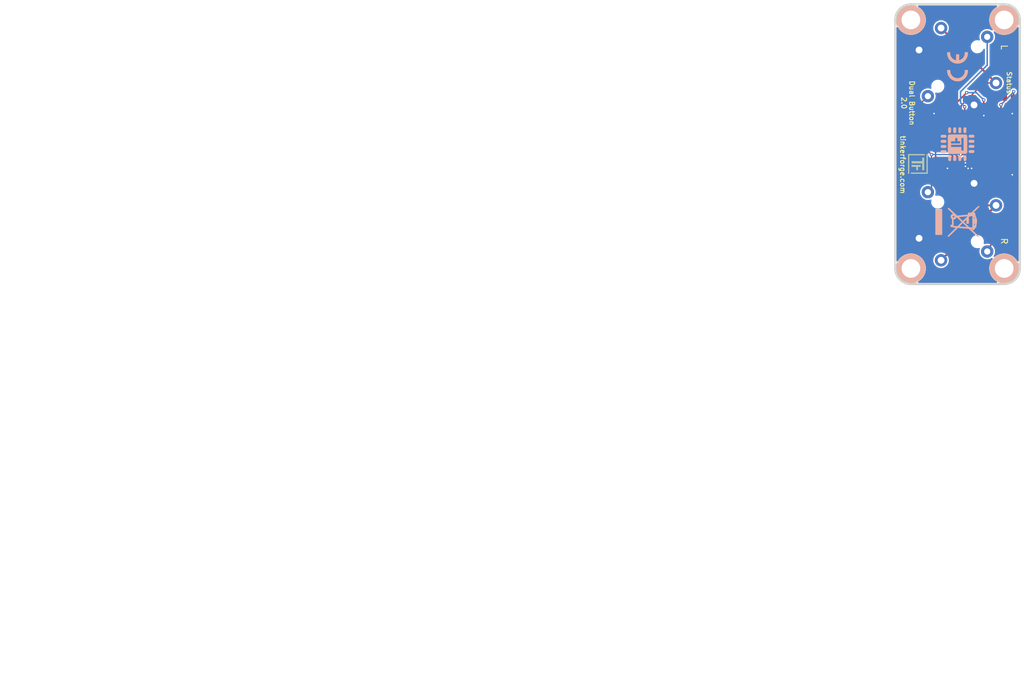
<source format=kicad_pcb>
(kicad_pcb (version 20221018) (generator pcbnew)
  (title_block (title "Dual Button Bricklet") (date "2018-02-21") (rev "2.0") (company "Tinkerforge GmbH") (comment 1 "Licensed under CERN OHL v.1.1") (comment 2 "Copyright (©) 2018, L.Lauer <lukas@tinkerforge.com>"))
  (layers (0 "F.Cu" signal "Vorderseite") (31 "B.Cu" signal "Rückseite") (34 "B.Paste" user) (35 "F.Paste" user) (36 "B.SilkS" user "B.Silkscreen") (37 "F.SilkS" user "F.Silkscreen") (38 "B.Mask" user) (39 "F.Mask" user) (44 "Edge.Cuts" user))
  (net 0 "")
  (net 1 "D1")
  (net 2 "D2")
  (net 3 "GND")
  (net 4 "SW1")
  (net 5 "SW2")
  (net 6 "VCC")
  (net 7 "Net-(C2-Pad2)")
  (net 8 "Net-(D1-Pad2)")
  (net 9 "Net-(P1-Pad1)")
  (net 10 "Net-(P1-Pad4)")
  (net 11 "Net-(P1-Pad5)")
  (net 12 "Net-(P1-Pad6)")
  (net 13 "Net-(P2-Pad1)")
  (net 14 "Net-(P3-Pad2)")
  (net 15 "Net-(R1-Pad1)")
  (net 16 "S-MISO")
  (net 17 "S-MOSI")
  (net 18 "S-CLK")
  (net 19 "S-CS")
  (net 20 "Net-(U1-Pad5)")
  (net 21 "Net-(U1-Pad6)")
  (net 22 "Net-(U1-Pad8)")
  (net 23 "Net-(U1-Pad16)")
  (net 24 "Net-(U1-Pad17)")
  (net 25 "Net-(U1-Pad21)")
  (net 26 "Net-(R2-Pad1)")
  (net 27 "Net-(R3-Pad1)")
  (net 28 "Net-(U1-Pad11)")
  (net 29 "Net-(U1-Pad12)")
  (net 30 "Net-(U1-Pad13)")
  (net 31 "Net-(U1-Pad14)")
  (net 32 "Net-(U1-Pad4)")
  (footprint "kicad-libraries:DRILL_NP" (layer "F.Cu") (at 176.5 89)
    (fp_text reference "U5" hide)
    (fp_text value "DRILL" hide)
    (pad "" np_thru_hole circle (at 0 0) (size 2.99974 2.99974) (drill 2.99974) (layers "*.Cu" "*.Mask" "F.SilkS") (clearance 0.89916))
  )
  (footprint "kicad-libraries:DRILL_NP" (layer "F.Cu") (at 176.5 129 90)
    (fp_text reference "U4" hide)
    (fp_text value "DRILL" hide)
    (pad "" np_thru_hole circle (at 0 0 90) (size 2.99974 2.99974) (drill 2.99974) (layers "*.Cu" "*.Mask" "F.SilkS") (clearance 0.89916))
  )
  (footprint "kicad-libraries:DRILL_NP" (layer "F.Cu") (at 161.5 129)
    (fp_text reference "U3" hide)
    (fp_text value "DRILL" hide)
    (pad "" np_thru_hole circle (at 0 0) (size 2.99974 2.99974) (drill 2.99974) (layers "*.Cu" "*.Mask" "F.SilkS") (clearance 0.89916))
  )
  (footprint "kicad-libraries:DRILL_NP" (layer "F.Cu") (at 161.5 89 90)
    (fp_text reference "U2" hide)
    (fp_text value "DRILL" hide)
    (pad "" np_thru_hole circle (at 0 0 90) (size 2.99974 2.99974) (drill 2.99974) (layers "*.Cu" "*.Mask" "F.SilkS") (clearance 0.89916))
  )
  (footprint "Logo_31x31" (layer "F.Cu") (at 164.2 110.6 -90)
    (fp_text reference "Ref**" hide)
    (fp_text value "Val**" hide)
  )
  (footprint "kicad-libraries:Fiducial_Mark" (layer "F.Cu") (at 160.5 93)
    (fp_text reference "Fiducial_Mark" hide)
    (fp_text value "VAL**" hide)
    (pad "1" smd circle (at 0 0) (size 1.00076 1.00076) (layers "F.Cu" "F.Paste" "F.Mask") (clearance 0.65024))
  )
  (footprint "kicad-libraries:Fiducial_Mark" (layer "F.Cu") (at 177.5 117)
    (fp_text reference "Fiducial_Mark" hide)
    (fp_text value "VAL**" hide)
    (pad "1" smd circle (at 0 0) (size 1.00076 1.00076) (layers "F.Cu" "F.Paste" "F.Mask") (clearance 0.65024))
  )
  (footprint "kicad-libraries:TACT_SWITCH_12mm" (layer "F.Cu") (at 169 121.5 -45)
    (fp_text reference "SW1")
    (fp_text value "TACT_SWITCH_12MM")
    (pad "" np_thru_hole circle (at -4.5 0 315) (size 1.6 1.6) (drill 1.6) (layers "*.Cu" "*.Mask"))
    (pad "" np_thru_hole circle (at 4.5 0 315) (size 1.6 1.6) (drill 1.6) (layers "*.Cu" "*.Mask"))
    (pad "1" thru_hole circle (at -6.75 0 315) (size 2 2) (drill 1) (layers "*.Cu" "*.Mask") (net 6 "VCC"))
    (pad "2" thru_hole circle (at 6.75 0 315) (size 2 2) (drill 1) (layers "*.Cu" "*.Mask") (net 26 "Net-(R2-Pad1)"))
    (pad "3" thru_hole circle (at -2.5 -6.26 315) (size 2 2) (drill 1.1) (layers "*.Cu" "*.Mask") (net 3 "GND"))
    (pad "3" thru_hole circle (at -2.5 6.25 315) (size 2 2) (drill 1.1) (layers "*.Cu" "*.Mask") (net 3 "GND"))
    (pad "4" thru_hole circle (at 2.5 -6.25 315) (size 2 2) (drill 1.1) (layers "*.Cu" "*.Mask") (net 4 "SW1"))
    (pad "4" thru_hole circle (at 2.5 6.25 315) (size 2 2) (drill 1.1) (layers "*.Cu" "*.Mask") (net 4 "SW1"))
  )
  (footprint "kicad-libraries:TACT_SWITCH_12mm" (layer "F.Cu") (at 169 96.5 45)
    (fp_text reference "SW2")
    (fp_text value "TACT_SWITCH_12MM")
    (pad "" np_thru_hole circle (at -4.5 0 45) (size 1.6 1.6) (drill 1.6) (layers "*.Cu" "*.Mask"))
    (pad "" np_thru_hole circle (at 4.5 0 45) (size 1.6 1.6) (drill 1.6) (layers "*.Cu" "*.Mask"))
    (pad "1" thru_hole circle (at -6.75 0 45) (size 2 2) (drill 1) (layers "*.Cu" "*.Mask") (net 6 "VCC"))
    (pad "2" thru_hole circle (at 6.75 0 45) (size 2 2) (drill 1) (layers "*.Cu" "*.Mask") (net 27 "Net-(R3-Pad1)"))
    (pad "3" thru_hole circle (at -2.5 -6.26 45) (size 2 2) (drill 1.1) (layers "*.Cu" "*.Mask") (net 3 "GND"))
    (pad "3" thru_hole circle (at -2.5 6.25 45) (size 2 2) (drill 1.1) (layers "*.Cu" "*.Mask") (net 3 "GND"))
    (pad "4" thru_hole circle (at 2.5 -6.25 45) (size 2 2) (drill 1.1) (layers "*.Cu" "*.Mask") (net 5 "SW2"))
    (pad "4" thru_hole circle (at 2.5 6.25 45) (size 2 2) (drill 1.1) (layers "*.Cu" "*.Mask") (net 5 "SW2"))
  )
  (footprint "kicad-libraries:C0603F" (layer "F.Cu") (at 170.99 111.42 90)
    (fp_text reference "C3")
    (fp_text value "1uF")
    (pad "1" smd rect (at -0.75 0 90) (size 0.9 0.9) (layers "F.Cu" "F.Paste" "F.Mask") (net 3 "GND"))
    (pad "2" smd rect (at 0.75 0 90) (size 0.9 0.9) (layers "F.Cu" "F.Paste" "F.Mask") (net 6 "VCC"))
  )
  (footprint "kicad-libraries:C0603F" (layer "F.Cu") (at 164.18 105.12 -135)
    (fp_text reference "C4")
    (fp_text value "100nF")
    (pad "1" smd rect (at -0.75 0 225) (size 0.9 0.9) (layers "F.Cu" "F.Paste" "F.Mask") (net 3 "GND"))
    (pad "2" smd rect (at 0.75 0 225) (size 0.9 0.9) (layers "F.Cu" "F.Paste" "F.Mask") (net 6 "VCC"))
  )
  (footprint "kicad-libraries:D0603F" (layer "F.Cu") (at 177.26 101.54 180)
    (fp_text reference "D1")
    (fp_text value "blue")
    (pad "1" smd rect (at -0.75 0 180) (size 0.9 0.9) (layers "F.Cu" "F.Paste" "F.Mask") (net 6 "VCC"))
    (pad "2" smd rect (at 0.75 0 180) (size 0.9 0.9) (layers "F.Cu" "F.Paste" "F.Mask") (net 8 "Net-(D1-Pad2)"))
  )
  (footprint "kicad-libraries:CON-SENSOR2" (layer "F.Cu") (at 179 109 90)
    (fp_text reference "P1")
    (fp_text value "CON-SENSOR2")
    (pad "1" smd rect (at -3.75 -4.6 90) (size 0.6 1.8) (layers "F.Cu" "F.Paste" "F.Mask") (net 9 "Net-(P1-Pad1)"))
    (pad "2" smd rect (at -2.5 -4.6 90) (size 0.6 1.8) (layers "F.Cu" "F.Paste" "F.Mask") (net 3 "GND"))
    (pad "3" smd rect (at -1.25 -4.6 90) (size 0.6 1.8) (layers "F.Cu" "F.Paste" "F.Mask") (net 6 "VCC"))
    (pad "4" smd rect (at 0 -4.6 90) (size 0.6 1.8) (layers "F.Cu" "F.Paste" "F.Mask") (net 10 "Net-(P1-Pad4)"))
    (pad "5" smd rect (at 1.25 -4.6 90) (size 0.6 1.8) (layers "F.Cu" "F.Paste" "F.Mask") (net 11 "Net-(P1-Pad5)"))
    (pad "6" smd rect (at 2.5 -4.6 90) (size 0.6 1.8) (layers "F.Cu" "F.Paste" "F.Mask") (net 12 "Net-(P1-Pad6)"))
    (pad "7" smd rect (at 3.75 -4.6 90) (size 0.6 1.8) (layers "F.Cu" "F.Paste" "F.Mask") (net 7 "Net-(C2-Pad2)"))
    (pad "EP" smd rect (at -5.9 -1.2 90) (size 1.4 2.4) (layers "F.Cu" "F.Paste" "F.Mask") (net 3 "GND"))
    (pad "EP" smd rect (at 5.9 -1.2 90) (size 1.4 2.4) (layers "F.Cu" "F.Paste" "F.Mask") (net 3 "GND"))
  )
  (footprint "kicad-libraries:DEBUG_PAD" (layer "F.Cu") (at 163.03 107.94)
    (fp_text reference "P2")
    (fp_text value "DEBUG")
    (pad "1" smd circle (at 0 0) (size 0.7 0.7) (layers "F.Cu" "F.Paste" "F.Mask") (net 13 "Net-(P2-Pad1)"))
  )
  (footprint "kicad-libraries:SolderJumper" (layer "F.Cu") (at 166.68 112.19 135)
    (fp_text reference "P3")
    (fp_text value "BOOT")
    (pad "1" smd rect (at -0.5 0 135) (size 0.4 1.4) (layers "F.Cu" "F.Mask") (net 3 "GND"))
    (pad "1" smd rect (at -0.225 -0.55 135) (size 0.95 0.3) (layers "F.Cu" "F.Mask") (net 3 "GND"))
    (pad "1" smd rect (at -0.225 0.55 135) (size 0.95 0.3) (layers "F.Cu" "F.Mask") (net 3 "GND"))
    (pad "2" smd rect (at 0.15 0 135) (size 0.6 0.5) (layers "F.Cu" "F.Mask") (net 14 "Net-(P3-Pad2)"))
    (pad "2" smd rect (at 0.55 0 135) (size 0.3 1.4) (layers "F.Cu" "F.Mask") (net 14 "Net-(P3-Pad2)"))
  )
  (footprint "kicad-libraries:R0603F" (layer "F.Cu") (at 174.28 102.38 45)
    (fp_text reference "R1")
    (fp_text value "1k")
    (pad "1" smd rect (at -0.75 0 45) (size 0.9 0.9) (layers "F.Cu" "F.Paste" "F.Mask") (net 15 "Net-(R1-Pad1)"))
    (pad "2" smd rect (at 0.75 0 45) (size 0.9 0.9) (layers "F.Cu" "F.Paste" "F.Mask") (net 8 "Net-(D1-Pad2)"))
  )
  (footprint "kicad-libraries:4X0402" (layer "F.Cu") (at 172.1 107.1 90)
    (fp_text reference "RP2")
    (fp_text value "82")
    (pad "1" smd rect (at -0.7493 0.575 270) (size 0.29972 0.65) (layers "F.Cu" "F.Paste" "F.Mask") (net 10 "Net-(P1-Pad4)"))
    (pad "2" smd rect (at -0.24892 0.575 270) (size 0.29972 0.65) (layers "F.Cu" "F.Paste" "F.Mask") (net 11 "Net-(P1-Pad5)"))
    (pad "3" smd rect (at 0.24892 0.575 270) (size 0.29972 0.65) (layers "F.Cu" "F.Paste" "F.Mask") (net 12 "Net-(P1-Pad6)"))
    (pad "4" smd rect (at 0.7493 0.575 270) (size 0.29972 0.65) (layers "F.Cu" "F.Paste" "F.Mask") (net 7 "Net-(C2-Pad2)"))
    (pad "5" smd rect (at 0.7493 -0.575 90) (size 0.29972 0.65) (layers "F.Cu" "F.Paste" "F.Mask") (net 16 "S-MISO"))
    (pad "6" smd rect (at 0.24892 -0.575 90) (size 0.29972 0.65) (layers "F.Cu" "F.Paste" "F.Mask") (net 17 "S-MOSI"))
    (pad "7" smd rect (at -0.24892 -0.575 90) (size 0.29972 0.65) (layers "F.Cu" "F.Paste" "F.Mask") (net 18 "S-CLK"))
    (pad "8" smd rect (at -0.7493 -0.575 90) (size 0.29972 0.65) (layers "F.Cu" "F.Paste" "F.Mask") (net 19 "S-CS"))
  )
  (footprint "kicad-libraries:QFN24-4x4mm-0.5mm" (layer "F.Cu") (at 166.54 107.49 -135)
    (fp_text reference "U1")
    (fp_text value "XMC1100")
    (pad "1" smd oval (at -2.025 -1.25 225) (size 1 0.3) (layers "F.Cu" "F.Paste" "F.Mask") (net 16 "S-MISO"))
    (pad "2" smd oval (at -2.025 -0.75 225) (size 1 0.3) (layers "F.Cu" "F.Paste" "F.Mask") (net 2 "D2"))
    (pad "3" smd oval (at -2.025 -0.25 225) (size 1 0.3) (layers "F.Cu" "F.Paste" "F.Mask") (net 5 "SW2"))
    (pad "4" smd oval (at -2.025 0.25 225) (size 1 0.3) (layers "F.Cu" "F.Paste" "F.Mask") (net 32 "Net-(U1-Pad4)"))
    (pad "5" smd oval (at -2.025 0.75 225) (size 1 0.3) (layers "F.Cu" "F.Paste" "F.Mask") (net 20 "Net-(U1-Pad5)"))
    (pad "6" smd oval (at -2.025 1.25 225) (size 1 0.3) (layers "F.Cu" "F.Paste" "F.Mask") (net 21 "Net-(U1-Pad6)"))
    (pad "7" smd oval (at -1.25 2.025 315) (size 1 0.3) (layers "F.Cu" "F.Paste" "F.Mask") (net 15 "Net-(R1-Pad1)"))
    (pad "8" smd oval (at -0.75 2.025 315) (size 1 0.3) (layers "F.Cu" "F.Paste" "F.Mask") (net 22 "Net-(U1-Pad8)"))
    (pad "9" smd oval (at -0.25 2.025 315) (size 1 0.3) (layers "F.Cu" "F.Paste" "F.Mask") (net 3 "GND"))
    (pad "10" smd oval (at 0.25 2.025 315) (size 1 0.3) (layers "F.Cu" "F.Paste" "F.Mask") (net 6 "VCC"))
    (pad "11" smd oval (at 0.75 2.025 315) (size 1 0.3) (layers "F.Cu" "F.Paste" "F.Mask") (net 28 "Net-(U1-Pad11)"))
    (pad "12" smd oval (at 1.25 2.025 315) (size 1 0.3) (layers "F.Cu" "F.Paste" "F.Mask") (net 29 "Net-(U1-Pad12)"))
    (pad "13" smd oval (at 2.025 1.25 225) (size 1 0.3) (layers "F.Cu" "F.Paste" "F.Mask") (net 30 "Net-(U1-Pad13)"))
    (pad "14" smd oval (at 2.025 0.75 225) (size 1 0.3) (layers "F.Cu" "F.Paste" "F.Mask") (net 31 "Net-(U1-Pad14)"))
    (pad "15" smd oval (at 2.025 0.25 225) (size 1 0.3) (layers "F.Cu" "F.Paste" "F.Mask") (net 13 "Net-(P2-Pad1)"))
    (pad "16" smd oval (at 2.025 -0.25 225) (size 1 0.3) (layers "F.Cu" "F.Paste" "F.Mask") (net 23 "Net-(U1-Pad16)"))
    (pad "17" smd oval (at 2.025 -0.75 225) (size 1 0.3) (layers "F.Cu" "F.Paste" "F.Mask") (net 24 "Net-(U1-Pad17)"))
    (pad "18" smd oval (at 2.025 -1.25 225) (size 1 0.3) (layers "F.Cu" "F.Paste" "F.Mask") (net 14 "Net-(P3-Pad2)"))
    (pad "19" smd oval (at 1.25 -2.025 315) (size 1 0.3) (layers "F.Cu" "F.Paste" "F.Mask") (net 4 "SW1"))
    (pad "20" smd oval (at 0.75 -2.025 315) (size 1 0.3) (layers "F.Cu" "F.Paste" "F.Mask") (net 1 "D1"))
    (pad "21" smd oval (at 0.25 -2.025 315) (size 1 0.3) (layers "F.Cu" "F.Paste" "F.Mask") (net 25 "Net-(U1-Pad21)"))
    (pad "22" smd oval (at -0.25 -2.025 315) (size 1 0.3) (layers "F.Cu" "F.Paste" "F.Mask") (net 19 "S-CS"))
    (pad "23" smd oval (at -0.75 -2.025 315) (size 1 0.3) (layers "F.Cu" "F.Paste" "F.Mask") (net 18 "S-CLK"))
    (pad "24" smd oval (at -1.25 -2.025 315) (size 1 0.3) (layers "F.Cu" "F.Paste" "F.Mask") (net 17 "S-MOSI"))
    (pad "EXP" smd rect (at -0.65 -0.65 225) (size 1.3 1.3) (layers "F.Cu" "F.Paste" "F.Mask") (net 3 "GND"))
    (pad "EXP" smd rect (at -0.65 0.65 225) (size 1.3 1.3) (layers "F.Cu" "F.Paste" "F.Mask") (net 3 "GND"))
    (pad "EXP" smd rect (at 0.65 -0.65 225) (size 1.3 1.3) (layers "F.Cu" "F.Paste" "F.Mask") (net 3 "GND"))
    (pad "EXP" smd rect (at 0.65 0.65 225) (size 1.3 1.3) (layers "F.Cu" "F.Paste" "F.Mask") (net 3 "GND"))
  )
  (footprint "kicad-libraries:C0805" (layer "F.Cu") (at 172.46 111.21 90)
    (fp_text reference "C1")
    (fp_text value "10uF")
    (pad "1" smd rect (at -1.00076 0 90) (size 1.00076 1.24968) (layers "F.Cu" "F.Paste" "F.Mask") (net 3 "GND") (clearance 0.14986))
    (pad "2" smd rect (at 1.00076 0 90) (size 1.00076 1.24968) (layers "F.Cu" "F.Paste" "F.Mask") (net 6 "VCC") (clearance 0.14986))
  )
  (footprint "kicad-libraries:R0603F" (layer "F.Cu") (at 174.4 115.96 135)
    (fp_text reference "R2")
    (fp_text value "1k")
    (pad "1" smd rect (at -0.75 0 135) (size 0.9 0.9) (layers "F.Cu" "F.Paste" "F.Mask") (net 26 "Net-(R2-Pad1)"))
    (pad "2" smd rect (at 0.75 0 135) (size 0.9 0.9) (layers "F.Cu" "F.Paste" "F.Mask") (net 1 "D1"))
  )
  (footprint "kicad-libraries:R0603F" (layer "F.Cu") (at 170.39 105.17 -135)
    (fp_text reference "R3")
    (fp_text value "1k")
    (pad "1" smd rect (at -0.75 0 225) (size 0.9 0.9) (layers "F.Cu" "F.Paste" "F.Mask") (net 27 "Net-(R3-Pad1)"))
    (pad "2" smd rect (at 0.75 0 225) (size 0.9 0.9) (layers "F.Cu" "F.Paste" "F.Mask") (net 2 "D2"))
  )
  (footprint "kicad-libraries:C0402F" (layer "F.Cu") (at 172.6 104.9 -90)
    (fp_text reference "C2")
    (fp_text value "220pF")
    (pad "1" smd rect (at -0.5 0 270) (size 0.6 0.7) (layers "F.Cu" "F.Paste" "F.Mask") (net 3 "GND"))
    (pad "2" smd rect (at 0.5 0 270) (size 0.6 0.7) (layers "F.Cu" "F.Paste" "F.Mask") (net 7 "Net-(C2-Pad2)"))
  )
  (footprint "kicad-libraries:WEEE_7mm" (layer "B.Cu") (at 169 121.5 90)
    (fp_text reference "VAL" hide)
    (fp_text value "WEEE_7mm" hide)
  )
  (footprint "kicad-libraries:CE_5mm" (layer "B.Cu") (at 169 96.5 90)
    (fp_text reference "VAL" hide)
    (fp_text value "CE_5mm" hide)
  )
  (footprint "kicad-libraries:Logo_CoMCU" (layer "B.Cu") (at 169 109 90)
    (fp_text reference "G***" hide)
    (fp_text value "LOGO" hide)
  )
  (gr_arc (start 176.5 86.5) (mid 178.267767 87.232233) (end 179 89) (stroke (width 0.381)) (layer "Edge.Cuts"))
  (gr_line (start 159 129.05) (end 159 89) (stroke (width 0.381)) (layer "Edge.Cuts"))
  (gr_arc (start 161.55 131.5) (mid 159.767588 130.803122) (end 159 129.05) (stroke (width 0.381)) (layer "Edge.Cuts"))
  (gr_line (start 176.5 131.5) (end 161.55 131.5) (stroke (width 0.381)) (layer "Edge.Cuts"))
  (gr_line (start 179 89) (end 179 129) (stroke (width 0.381)) (layer "Edge.Cuts"))
  (gr_line (start 161.5 86.5) (end 176.5 86.5) (stroke (width 0.381)) (layer "Edge.Cuts"))
  (gr_arc (start 179 129) (mid 178.267767 130.767767) (end 176.5 131.5) (stroke (width 0.381)) (layer "Edge.Cuts"))
  (gr_arc (start 159 89) (mid 159.732233 87.232233) (end 161.5 86.5) (stroke (width 0.381)) (layer "Edge.Cuts"))
  (gr_text "R" (at 176.5 124.61 270) (layer "F.SilkS") (effects (font (size 1 1))))
  (gr_text "tinkerforge.com" (at 160.2 112.3 270) (layer "F.SilkS") (effects (font (size 0.8001 0.8001) (thickness 0.14986))))
  (gr_text "Dual Button\n2.0\n" (at 161.02 102.37 270) (layer "F.SilkS") (effects (font (size 0.8001 0.8001) (thickness 0.14986))))
  (gr_text "Status" (at 177.31 99.1 270) (layer "F.SilkS") (effects (font (size 0.75 0.75))))
  (gr_text "L" (at 176.5 93.39 270) (layer "F.SilkS") (effects (font (size 1 1))))
  (segment (start 167.441561 109.461561) (end 169.48 111.5) (width 0.25) (layer "F.Cu") (net 1))
  (segment (start 169.48 111.5) (end 169.48 112.84) (width 0.25) (layer "F.Cu") (net 1))
  (segment (start 169.48 112.84) (end 170.34 113.7) (width 0.25) (layer "F.Cu") (net 1))
  (segment (start 170.34 113.7) (end 172.14 113.7) (width 0.25) (layer "F.Cu") (net 1))
  (segment (start 172.14 113.7) (end 173.86967 115.42967) (width 0.25) (layer "F.Cu") (net 1))
  (segment (start 167.441561 109.452221) (end 167.441561 109.461561) (width 0.25) (layer "F.Cu") (net 1))
  (segment (start 168.502221 106.587779) (end 168.98 106.11) (width 0.2) (layer "F.Cu") (net 2))
  (segment (start 168.98 106.11) (end 169.45 106.11) (width 0.2) (layer "F.Cu") (net 2))
  (segment (start 169.45 106.11) (end 169.85967 105.70033) (width 0.2) (layer "F.Cu") (net 2))
  (segment (start 168.502221 106.588439) (end 168.502221 106.587779) (width 0.2) (layer "F.Cu") (net 2))
  (segment (start 173.17076 111.5) (end 172.46 112.21076) (width 0.55) (layer "F.Cu") (net 3))
  (segment (start 171.03076 112.21076) (end 170.99 112.17) (width 0.55) (layer "F.Cu") (net 3))
  (segment (start 170.99 112.63) (end 171.26 112.9) (width 0.55) (layer "F.Cu") (net 3))
  (segment (start 170.99 112.61) (end 170.7 112.9) (width 0.55) (layer "F.Cu") (net 3))
  (segment (start 170.65 112.17) (end 170.26 112.56) (width 0.55) (layer "F.Cu") (net 3))
  (segment (start 170.43 112.17) (end 170.26 112) (width 0.55) (layer "F.Cu") (net 3))
  (segment (start 170.6 112.9) (end 170.26 112.56) (width 0.55) (layer "F.Cu") (net 3))
  (segment (start 170.82 112) (end 170.99 112.17) (width 0.55) (layer "F.Cu") (net 3))
  (segment (start 165.284885 105.874885) (end 164.91 105.5) (width 0.2) (layer "F.Cu") (net 3))
  (segment (start 164.91 105.5) (end 164.91 104.78934) (width 0.2) (layer "F.Cu") (net 3))
  (segment (start 164.91 104.78934) (end 164.71033 104.58967) (width 0.2) (layer "F.Cu") (net 3))
  (segment (start 165.301332 105.881332) (end 165.990761 106.570761) (width 0.2) (layer "F.Cu") (net 3))
  (segment (start 165.990761 106.570761) (end 166.54 106.570761) (width 0.2) (layer "F.Cu") (net 3))
  (segment (start 166.54 108.409239) (end 165.620761 107.49) (width 0.2) (layer "F.Cu") (net 3))
  (segment (start 164.71033 104.57967) (end 165.22 104.07) (width 0.55) (layer "F.Cu") (net 3))
  (segment (start 167.228008 111.978008) (end 167.33 112.08) (width 0.2) (layer "F.Cu") (net 3))
  (segment (start 167.33 112.08) (end 167.33 112.26) (width 0.2) (layer "F.Cu") (net 3))
  (segment (start 167.33 112.26) (end 167.04 112.55) (width 0.2) (layer "F.Cu") (net 3))
  (segment (start 167.04 112.55) (end 167.033553 112.543553) (width 0.2) (layer "F.Cu") (net 3))
  (segment (start 166.458008 112.738008) (end 166.55 112.83) (width 0.2) (layer "F.Cu") (net 3))
  (segment (start 166.55 112.83) (end 166.76 112.83) (width 0.2) (layer "F.Cu") (net 3))
  (segment (start 166.76 112.83) (end 167.05 112.54) (width 0.2) (layer "F.Cu") (net 3))
  (segment (start 167.05 112.54) (end 167.033553 112.543553) (width 0.2) (layer "F.Cu") (net 3))
  (segment (start 165.620761 107.49) (end 166.54 106.570761) (width 0.2) (layer "F.Cu") (net 3))
  (segment (start 170.7 112.9) (end 170.6 112.9) (width 0.55) (layer "F.Cu") (net 3))
  (segment (start 170.26 112) (end 170.82 112) (width 0.55) (layer "F.Cu") (net 3))
  (segment (start 177.8 114.9) (end 177.8 113.92) (width 0.55) (layer "F.Cu") (net 3))
  (segment (start 167.033553 112.543553) (end 167.38 112.89) (width 0.2) (layer "F.Cu") (net 3))
  (segment (start 165.284885 105.881332) (end 165.301332 105.881332) (width 0.2) (layer "F.Cu") (net 3))
  (segment (start 170.43 112.17) (end 170.99 112.17) (width 0.55) (layer "F.Cu") (net 3))
  (segment (start 166.45019 112.738008) (end 166.458008 112.738008) (width 0.2) (layer "F.Cu") (net 3))
  (segment (start 170.7 112.9) (end 171.26 112.9) (width 0.55) (layer "F.Cu") (net 3))
  (segment (start 177.8 103.1) (end 177.8 104.08) (width 0.55) (layer "F.Cu") (net 3))
  (segment (start 170.99 112.17) (end 170.99 112.61) (width 0.55) (layer "F.Cu") (net 3))
  (segment (start 170.99 112.63) (end 170.99 112.17) (width 0.55) (layer "F.Cu") (net 3))
  (segment (start 165.284885 105.881332) (end 165.284885 105.874885) (width 0.2) (layer "F.Cu") (net 3))
  (segment (start 164.71033 104.58967) (end 164.71033 104.57967) (width 0.55) (layer "F.Cu") (net 3))
  (segment (start 172.6 104.4) (end 173.23 104.4) (width 0.55) (layer "F.Cu") (net 3))
  (segment (start 167.228008 111.96019) (end 167.228008 111.978008) (width 0.2) (layer "F.Cu") (net 3))
  (segment (start 172.46 112.21076) (end 171.03076 112.21076) (width 0.55) (layer "F.Cu") (net 3))
  (segment (start 170.26 112) (end 170.26 112.56) (width 0.55) (layer "F.Cu") (net 3))
  (segment (start 174.4 111.5) (end 173.17076 111.5) (width 0.55) (layer "F.Cu") (net 3))
  (segment (start 166.54 106.570761) (end 167.459239 107.49) (width 0.2) (layer "F.Cu") (net 3))
  (segment (start 167.459239 107.49) (end 166.54 108.409239) (width 0.2) (layer "F.Cu") (net 3))
  (via (at 171.26 112.9) (size 0.55) (drill 0.25) (layers "F.Cu" "B.Cu") (net 3))
  (via (at 177.8 104.08) (size 0.55) (drill 0.25) (layers "F.Cu" "B.Cu") (net 3))
  (via (at 173.23 104.4) (size 0.55) (drill 0.25) (layers "F.Cu" "B.Cu") (net 3))
  (via (at 170.26 112) (size 0.55) (drill 0.25) (layers "F.Cu" "B.Cu") (net 3))
  (via (at 170.26 112.56) (size 0.55) (drill 0.25) (layers "F.Cu" "B.Cu") (net 3))
  (via (at 177.8 113.92) (size 0.55) (drill 0.25) (layers "F.Cu" "B.Cu") (net 3))
  (via (at 170.7 112.9) (size 0.55) (drill 0.25) (layers "F.Cu" "B.Cu") (net 3))
  (via (at 167.38 112.89) (size 0.55) (drill 0.25) (layers "F.Cu" "B.Cu") (net 3))
  (via (at 165.22 104.07) (size 0.55) (drill 0.25) (layers "F.Cu" "B.Cu") (net 3))
  (segment (start 167.095775 109.805775) (end 169.02 111.73) (width 0.25) (layer "F.Cu") (net 4))
  (segment (start 169.02 111.73) (end 169.02 114.94) (width 0.25) (layer "F.Cu") (net 4))
  (segment (start 169.02 114.94) (end 172.92835 118.84835) (width 0.25) (layer "F.Cu") (net 4))
  (segment (start 172.92835 118.84835) (end 175.187184 118.84835) (width 0.25) (layer "F.Cu") (net 4))
  (segment (start 167.088008 109.805775) (end 167.095775 109.805775) (width 0.25) (layer "F.Cu") (net 4))
  (segment (start 166.34835 127.687184) (end 175.187184 118.84835) (width 0.29972) (layer "F.Cu") (net 4))
  (segment (start 168.155115 106.234885) (end 169.59 104.8) (width 0.2) (layer "F.Cu") (net 5))
  (segment (start 169.59 104.8) (end 169.59 102.77) (width 0.2) (layer "F.Cu") (net 5))
  (segment (start 169.59 102.77) (end 173.20835 99.15165) (width 0.2) (layer "F.Cu") (net 5))
  (segment (start 173.20835 99.15165) (end 175.187184 99.15165) (width 0.2) (layer "F.Cu") (net 5))
  (segment (start 175.187184 99.15165) (end 166.34835 90.312816) (width 0.29972) (layer "F.Cu") (net 5))
  (segment (start 168.148668 106.234885) (end 168.155115 106.234885) (width 0.2) (layer "F.Cu") (net 5))
  (segment (start 172.50076 110.25) (end 172.46 110.20924) (width 0.45) (layer "F.Cu") (net 6))
  (segment (start 171.91076 110.20924) (end 171.45 110.67) (width 0.55) (layer "F.Cu") (net 6))
  (segment (start 171.45 110.67) (end 170.99 110.67) (width 0.55) (layer "F.Cu") (net 6))
  (segment (start 164.914885 106.234885) (end 164.53 105.85) (width 0.2) (layer "F.Cu") (net 6))
  (segment (start 164.53 105.85) (end 163.84934 105.85) (width 0.2) (layer "F.Cu") (net 6))
  (segment (start 163.84934 105.85) (end 163.64967 105.65033) (width 0.2) (layer "F.Cu") (net 6))
  (segment (start 164.81 110.67) (end 162.37 108.23) (width 0.2) (layer "F.Cu") (net 6))
  (segment (start 162.37 108.23) (end 162.37 107.1) (width 0.2) (layer "F.Cu") (net 6))
  (segment (start 162.37 106.93) (end 163.64967 105.65033) (width 0.2) (layer "F.Cu") (net 6))
  (segment (start 162.37 107.1) (end 162.37 106.93) (width 0.2) (layer "F.Cu") (net 6))
  (segment (start 162.37 103.13) (end 164.227029 101.272971) (width 0.2) (layer "F.Cu") (net 6))
  (segment (start 164.81 116.144058) (end 164.227029 116.727029) (width 0.2) (layer "F.Cu") (net 6))
  (segment (start 170.99 109.5) (end 171.18 109.31) (width 0.25) (layer "F.Cu") (net 6))
  (segment (start 171.18 109.31) (end 173.08 109.31) (width 0.25) (layer "F.Cu") (net 6))
  (segment (start 173.08 109.31) (end 173.38 109.61) (width 0.25) (layer "F.Cu") (net 6))
  (segment (start 173.38 109.61) (end 175.5 109.61) (width 0.25) (layer "F.Cu") (net 6))
  (segment (start 175.5 109.61) (end 175.98 109.13) (width 0.25) (layer "F.Cu") (net 6))
  (segment (start 175.98 109.13) (end 175.98 102.65) (width 0.25) (layer "F.Cu") (net 6))
  (segment (start 178.02 100.53) (end 178.01 100.54) (width 0.25) (layer "F.Cu") (net 6))
  (segment (start 178.01 100.54) (end 178.01 101.54) (width 0.25) (layer "F.Cu") (net 6))
  (segment (start 172.46 110.20924) (end 171.91076 110.20924) (width 0.55) (layer "F.Cu") (net 6))
  (segment (start 174.4 110.25) (end 172.50076 110.25) (width 0.55) (layer "F.Cu") (net 6))
  (segment (start 164.81 110.67) (end 164.81 116.144058) (width 0.2) (layer "F.Cu") (net 6))
  (segment (start 170.99 110.67) (end 170.99 109.5) (width 0.25) (layer "F.Cu") (net 6))
  (segment (start 164.931332 106.234885) (end 164.914885 106.234885) (width 0.2) (layer "F.Cu") (net 6))
  (segment (start 162.37 107.1) (end 162.37 103.13) (width 0.2) (layer "F.Cu") (net 6))
  (segment (start 170.99 110.67) (end 169.5 110.67) (width 0.2) (layer "F.Cu") (net 6))
  (via (at 164.81 110.67) (size 0.55) (drill 0.25) (layers "F.Cu" "B.Cu") (net 6))
  (via (at 169.5 110.67) (size 0.55) (drill 0.25) (layers "F.Cu" "B.Cu") (net 6))
  (via (at 175.98 102.65) (size 0.55) (drill 0.25) (layers "F.Cu" "B.Cu") (net 6))
  (via (at 178.02 100.53) (size 0.55) (drill 0.25) (layers "F.Cu" "B.Cu") (net 6))
  (segment (start 169.5 110.67) (end 164.81 110.67) (width 0.2) (layer "B.Cu") (net 6))
  (segment (start 175.98 102.65) (end 178.02 100.61) (width 0.25) (layer "B.Cu") (net 6))
  (segment (start 178.02 100.61) (end 178.02 100.53) (width 0.25) (layer "B.Cu") (net 6))
  (segment (start 172.6 106.2757) (end 172.675 106.3507) (width 0.2) (layer "F.Cu") (net 7))
  (segment (start 173.22 105.25) (end 173.07 105.4) (width 0.2) (layer "F.Cu") (net 7))
  (segment (start 173.07 105.4) (end 172.6 105.4) (width 0.2) (layer "F.Cu") (net 7))
  (segment (start 174.4 105.25) (end 173.22 105.25) (width 0.2) (layer "F.Cu") (net 7))
  (segment (start 172.6 105.55) (end 172.6 106.2757) (width 0.2) (layer "F.Cu") (net 7))
  (segment (start 174.86033 101.84967) (end 175.17 101.54) (width 0.25) (layer "F.Cu") (net 8))
  (segment (start 175.17 101.54) (end 176.51 101.54) (width 0.25) (layer "F.Cu") (net 8))
  (segment (start 174.81033 101.84967) (end 174.86033 101.84967) (width 0.3) (layer "F.Cu") (net 8))
  (segment (start 173.97 109) (end 173.24 108.27) (width 0.2) (layer "F.Cu") (net 10))
  (segment (start 173.24 108.27) (end 173.24 108) (width 0.2) (layer "F.Cu") (net 10))
  (segment (start 173.24 108) (end 173.0893 107.8493) (width 0.2) (layer "F.Cu") (net 10))
  (segment (start 173.0893 107.8493) (end 172.675 107.8493) (width 0.2) (layer "F.Cu") (net 10))
  (segment (start 174.4 109) (end 173.97 109) (width 0.2) (layer "F.Cu") (net 10))
  (segment (start 173.6 107.75) (end 173.19892 107.34892) (width 0.2) (layer "F.Cu") (net 11))
  (segment (start 173.19892 107.34892) (end 172.675 107.34892) (width 0.2) (layer "F.Cu") (net 11))
  (segment (start 174.4 107.75) (end 173.6 107.75) (width 0.2) (layer "F.Cu") (net 11))
  (segment (start 173.5 106.5) (end 173.14892 106.85108) (width 0.2) (layer "F.Cu") (net 12))
  (segment (start 173.14892 106.85108) (end 172.675 106.85108) (width 0.2) (layer "F.Cu") (net 12))
  (segment (start 174.4 106.5) (end 173.5 106.5) (width 0.2) (layer "F.Cu") (net 12))
  (segment (start 164.924885 108.745115) (end 164.46 109.21) (width 0.2) (layer "F.Cu") (net 13))
  (segment (start 164.46 109.21) (end 164.3 109.21) (width 0.2) (layer "F.Cu") (net 13))
  (segment (start 164.3 109.21) (end 163.03 107.94) (width 0.2) (layer "F.Cu") (net 13))
  (segment (start 164.931332 108.745115) (end 164.924885 108.745115) (width 0.2) (layer "F.Cu") (net 13))
  (segment (start 166.291091 111.791091) (end 165.47 110.97) (width 0.2) (layer "F.Cu") (net 14))
  (segment (start 165.47 110.97) (end 165.47 110.327767) (width 0.2) (layer "F.Cu") (net 14))
  (segment (start 165.47 110.327767) (end 165.991992 109.805775) (width 0.2) (layer "F.Cu") (net 14))
  (segment (start 166.291091 111.801091) (end 166.291091 111.791091) (width 0.2) (layer "F.Cu") (net 14))
  (segment (start 166.573934 112.083934) (end 166.291091 111.801091) (width 0.25) (layer "F.Cu") (net 14))
  (segment (start 170.51 100.67) (end 166.93 104.25) (width 0.25) (layer "F.Cu") (net 15))
  (segment (start 166.93 104.25) (end 166.916217 104.25) (width 0.25) (layer "F.Cu") (net 15))
  (segment (start 166.916217 104.25) (end 165.991992 105.174225) (width 0.25) (layer "F.Cu") (net 15))
  (segment (start 173.74967 102.89967) (end 173.2 102.35) (width 0.25) (layer "F.Cu") (net 15))
  (segment (start 173.2 102.35) (end 173.2 101.88) (width 0.25) (layer "F.Cu") (net 15))
  (segment (start 170.46 100.7) (end 170.47 100.71) (width 0.25) (layer "F.Cu") (net 15))
  (segment (start 170.47 100.71) (end 170.51 100.67) (width 0.25) (layer "F.Cu") (net 15))
  (segment (start 173.74967 102.91033) (end 173.74967 102.89967) (width 0.25) (layer "F.Cu") (net 15))
  (segment (start 173.74967 102.91033) (end 173.74033 102.91033) (width 0.25) (layer "F.Cu") (net 15))
  (via (at 170.46 100.7) (size 0.55) (drill 0.25) (layers "F.Cu" "B.Cu") (net 15))
  (via (at 173.2 101.88) (size 0.55) (drill 0.25) (layers "F.Cu" "B.Cu") (net 15))
  (segment (start 173.2 101.88) (end 172.02 100.7) (width 0.25) (layer "B.Cu") (net 15))
  (segment (start 172.02 100.7) (end 170.46 100.7) (width 0.25) (layer "B.Cu") (net 15))
  (segment (start 170.7293 106.3507) (end 170.35 106.73) (width 0.2) (layer "F.Cu") (net 16))
  (segment (start 170.35 106.73) (end 169.7 106.73) (width 0.2) (layer "F.Cu") (net 16))
  (segment (start 169.7 106.73) (end 169.47 106.5) (width 0.2) (layer "F.Cu") (net 16))
  (segment (start 169.47 106.5) (end 169.297767 106.5) (width 0.2) (layer "F.Cu") (net 16))
  (segment (start 169.297767 106.5) (end 168.855775 106.941992) (width 0.2) (layer "F.Cu") (net 16))
  (segment (start 171.525 106.3507) (end 170.7293 106.3507) (width 0.2) (layer "F.Cu") (net 16))
  (segment (start 170.76892 106.85108) (end 169.72 107.9) (width 0.2) (layer "F.Cu") (net 17))
  (segment (start 169.72 107.9) (end 169.72 108.17) (width 0.2) (layer "F.Cu") (net 17))
  (segment (start 169.72 108.17) (end 169.49 108.4) (width 0.2) (layer "F.Cu") (net 17))
  (segment (start 169.49 108.4) (end 169.217767 108.4) (width 0.2) (layer "F.Cu") (net 17))
  (segment (start 169.217767 108.4) (end 168.855775 108.038008) (width 0.2) (layer "F.Cu") (net 17))
  (segment (start 171.525 106.85108) (end 170.76892 106.85108) (width 0.2) (layer "F.Cu") (net 17))
  (segment (start 170.83108 107.34892) (end 170.09 108.09) (width 0.2) (layer "F.Cu") (net 18))
  (segment (start 170.09 108.09) (end 170.09 108.31) (width 0.2) (layer "F.Cu") (net 18))
  (segment (start 170.09 108.31) (end 169.61 108.79) (width 0.2) (layer "F.Cu") (net 18))
  (segment (start 169.61 108.79) (end 168.90066 108.79) (width 0.2) (layer "F.Cu") (net 18))
  (segment (start 168.90066 108.79) (end 168.502221 108.391561) (width 0.2) (layer "F.Cu") (net 18))
  (segment (start 171.525 107.34892) (end 170.83108 107.34892) (width 0.2) (layer "F.Cu") (net 18))
  (segment (start 170.825678 107.8493) (end 170.46 108.214978) (width 0.2) (layer "F.Cu") (net 19))
  (segment (start 170.46 108.214978) (end 170.46 108.47) (width 0.2) (layer "F.Cu") (net 19))
  (segment (start 170.46 108.47) (end 169.77 109.16) (width 0.2) (layer "F.Cu") (net 19))
  (segment (start 169.77 109.16) (end 168.563553 109.16) (width 0.2) (layer "F.Cu") (net 19))
  (segment (start 168.563553 109.16) (end 168.148668 108.745115) (width 0.2) (layer "F.Cu") (net 19))
  (segment (start 171.525 107.8493) (end 170.825678 107.8493) (width 0.2) (layer "F.Cu") (net 19))
  (segment (start 174.93033 116.53033) (end 176.68 118.28) (width 0.25) (layer "F.Cu") (net 26))
  (segment (start 176.68 118.28) (end 176.68 122.95) (width 0.25) (layer "F.Cu") (net 26))
  (segment (start 176.68 122.95) (end 173.772971 125.857029) (width 0.25) (layer "F.Cu") (net 26))
  (segment (start 173.772971 125.857029) (end 173.772971 126.272971) (width 0.25) (layer "F.Cu") (net 26))
  (segment (start 174.93033 116.49033) (end 174.93033 116.53033) (width 0.25) (layer "F.Cu") (net 26))
  (segment (start 170.92033 104.51033) (end 170.14 103.73) (width 0.25) (layer "F.Cu") (net 27))
  (segment (start 170.14 103.73) (end 170.14 102.99) (width 0.25) (layer "F.Cu") (net 27))
  (segment (start 170.92033 104.63967) (end 170.92033 104.51033) (width 0.25) (layer "F.Cu") (net 27))
  (segment (start 170.92033 104.63967) (end 170.92033 104.27033) (width 0.2) (layer "F.Cu") (net 27))
  (via (at 170.14 102.99) (size 0.55) (drill 0.25) (layers "F.Cu" "B.Cu") (net 27))
  (segment (start 170.14 102.99) (end 169.48 102.33) (width 0.25) (layer "B.Cu") (net 27))
  (segment (start 169.48 102.33) (end 169.48 100.57) (width 0.25) (layer "B.Cu") (net 27))
  (segment (start 169.48 100.57) (end 173.772971 96.277029) (width 0.25) (layer "B.Cu") (net 27))
  (segment (start 173.772971 96.277029) (end 173.772971 91.727029) (width 0.25) (layer "B.Cu") (net 27))
  (zone (net 3) (net_name "GND") (layer "B.Cu") (connect_pads yes (clearance 0.24892)) (min_thickness 0.24892) (fill yes (thermal_gap 0.29972) (thermal_bridge_width 0.29972))
    (polygon (pts (xy 159 131.5) (xy 179 131.5) (xy 179 86.5) (xy 159 86.5)))
  )
)
</source>
